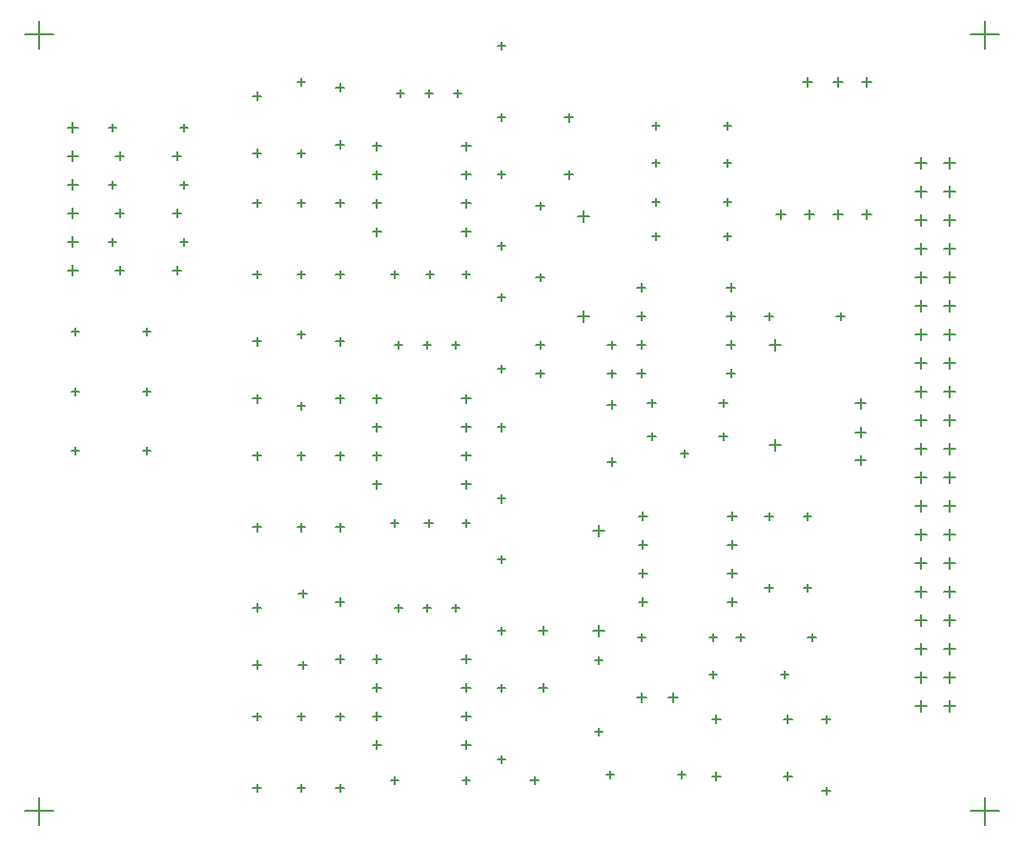
<source format=gbr>
%TF.GenerationSoftware,Altium Limited,Altium Designer,23.3.1 (30)*%
G04 Layer_Color=128*
%FSLAX26Y26*%
%MOIN*%
%TF.SameCoordinates,8F501EFE-F143-482A-9327-88418F9FCBED*%
%TF.FilePolarity,Positive*%
%TF.FileFunction,Drillmap*%
%TF.Part,Single*%
G01*
G75*
%TA.AperFunction,NonConductor*%
%ADD37C,0.005000*%
D37*
X2993000Y2670000D02*
X3027000D01*
X3010000Y2653000D02*
Y2687000D01*
X2893000Y2670000D02*
X2927000D01*
X2910000Y2653000D02*
Y2687000D01*
X2788000Y2670000D02*
X2822000D01*
X2805000Y2653000D02*
Y2687000D01*
X2104500Y1340000D02*
X2135500D01*
X2120000Y1324500D02*
Y1355500D01*
X2104500Y1540000D02*
X2135500D01*
X2120000Y1524500D02*
Y1555500D01*
X1721000Y1915000D02*
X1749000D01*
X1735000Y1901000D02*
Y1929000D01*
X1721000Y1665000D02*
X1749000D01*
X1735000Y1651000D02*
Y1679000D01*
X866000Y1111500D02*
X894000D01*
X880000Y1097500D02*
Y1125500D01*
X866000Y1361500D02*
X894000D01*
X880000Y1347500D02*
Y1375500D01*
X864500Y1561500D02*
X895500D01*
X880000Y1546000D02*
Y1577000D01*
X864500Y1761500D02*
X895500D01*
X880000Y1746000D02*
Y1777000D01*
X1021000Y1535000D02*
X1049000D01*
X1035000Y1521000D02*
Y1549000D01*
X1021000Y1785000D02*
X1049000D01*
X1035000Y1771000D02*
Y1799000D01*
X1021000Y200000D02*
X1049000D01*
X1035000Y186000D02*
Y214000D01*
X1021000Y450000D02*
X1049000D01*
X1035000Y436000D02*
Y464000D01*
X866000Y200000D02*
X894000D01*
X880000Y186000D02*
Y214000D01*
X866000Y450000D02*
X894000D01*
X880000Y436000D02*
Y464000D01*
X1154500Y650000D02*
X1185500D01*
X1170000Y634500D02*
Y665500D01*
X1154500Y850000D02*
X1185500D01*
X1170000Y834500D02*
Y865500D01*
X864500Y630000D02*
X895500D01*
X880000Y614500D02*
Y645500D01*
X864500Y830000D02*
X895500D01*
X880000Y814500D02*
Y845500D01*
X1026000Y630000D02*
X1054000D01*
X1040000Y616000D02*
Y644000D01*
X1026000Y880000D02*
X1054000D01*
X1040000Y866000D02*
Y894000D01*
X1721000Y1000000D02*
X1749000D01*
X1735000Y986000D02*
Y1014000D01*
X1721000Y750000D02*
X1749000D01*
X1735000Y736000D02*
Y764000D01*
X1721000Y550000D02*
X1749000D01*
X1735000Y536000D02*
Y564000D01*
X1721000Y300000D02*
X1749000D01*
X1735000Y286000D02*
Y314000D01*
X2709701Y595000D02*
X2737701D01*
X2723701Y581000D02*
Y609000D01*
X2459701Y595000D02*
X2487701D01*
X2473701Y581000D02*
Y609000D01*
X2209701Y725000D02*
X2237701D01*
X2223701Y711000D02*
Y739000D01*
X2459701Y725000D02*
X2487701D01*
X2473701Y711000D02*
Y739000D01*
X2213347Y1150000D02*
X2244055D01*
X2228701Y1134646D02*
Y1165354D01*
X2213347Y1050000D02*
X2244055D01*
X2228701Y1034646D02*
Y1065354D01*
X2213347Y950000D02*
X2244055D01*
X2228701Y934646D02*
Y965354D01*
X2213347Y850000D02*
X2244055D01*
X2228701Y834646D02*
Y865354D01*
X2525945Y850000D02*
X2556653D01*
X2541299Y834646D02*
Y865354D01*
X2525945Y950000D02*
X2556653D01*
X2541299Y934646D02*
Y965354D01*
X2525945Y1050000D02*
X2556653D01*
X2541299Y1034646D02*
Y1065354D01*
X2525945Y1150000D02*
X2556653D01*
X2541299Y1134646D02*
Y1165354D01*
X2061000Y645000D02*
X2089000D01*
X2075000Y631000D02*
Y659000D01*
X2061000Y395000D02*
X2089000D01*
X2075000Y381000D02*
Y409000D01*
X2351000Y245000D02*
X2379000D01*
X2365000Y231000D02*
Y259000D01*
X2101000Y245000D02*
X2129000D01*
X2115000Y231000D02*
Y259000D01*
X2209000Y515000D02*
X2241000D01*
X2225000Y499000D02*
Y531000D01*
X2319000Y515000D02*
X2351000D01*
X2335000Y499000D02*
Y531000D01*
X2469500Y440000D02*
X2500500D01*
X2485000Y424500D02*
Y455500D01*
X2719500Y240000D02*
X2750500D01*
X2735000Y224500D02*
Y255500D01*
X2719500Y440000D02*
X2750500D01*
X2735000Y424500D02*
Y455500D01*
X2469500Y240000D02*
X2500500D01*
X2485000Y224500D02*
Y255500D01*
X2856000Y440000D02*
X2884000D01*
X2870000Y426000D02*
Y454000D01*
X2856000Y190000D02*
X2884000D01*
X2870000Y176000D02*
Y204000D01*
X2656000Y1150000D02*
X2684000D01*
X2670000Y1136000D02*
Y1164000D01*
X2656000Y900000D02*
X2684000D01*
X2670000Y886000D02*
Y914000D01*
X2791000Y1150000D02*
X2819000D01*
X2805000Y1136000D02*
Y1164000D01*
X2791000Y900000D02*
X2819000D01*
X2805000Y886000D02*
Y914000D01*
X2972000Y1346000D02*
X3008000D01*
X2990000Y1328000D02*
Y1364000D01*
X2972000Y1444000D02*
X3008000D01*
X2990000Y1426000D02*
Y1462000D01*
X2972000Y1545000D02*
X3008000D01*
X2990000Y1527000D02*
Y1563000D01*
X2670315Y1400197D02*
X2709685D01*
X2690000Y1380512D02*
Y1419882D01*
X2670315Y1749803D02*
X2709685D01*
X2690000Y1730118D02*
Y1769488D01*
X2511000Y2515000D02*
X2539000D01*
X2525000Y2501000D02*
Y2529000D01*
X2261000Y2515000D02*
X2289000D01*
X2275000Y2501000D02*
Y2529000D01*
X2511000Y2385000D02*
X2539000D01*
X2525000Y2371000D02*
Y2399000D01*
X2261000Y2385000D02*
X2289000D01*
X2275000Y2371000D02*
Y2399000D01*
X2261000Y2250000D02*
X2289000D01*
X2275000Y2236000D02*
Y2264000D01*
X2511000Y2250000D02*
X2539000D01*
X2525000Y2236000D02*
Y2264000D01*
X2208347Y1950000D02*
X2239055D01*
X2223701Y1934646D02*
Y1965354D01*
X2208347Y1850000D02*
X2239055D01*
X2223701Y1834646D02*
Y1865354D01*
X2208347Y1750000D02*
X2239055D01*
X2223701Y1734646D02*
Y1765354D01*
X2208347Y1650000D02*
X2239055D01*
X2223701Y1634646D02*
Y1665354D01*
X2520945Y1650000D02*
X2551653D01*
X2536299Y1634646D02*
Y1665354D01*
X2520945Y1750000D02*
X2551653D01*
X2536299Y1734646D02*
Y1765354D01*
X2520945Y1850000D02*
X2551653D01*
X2536299Y1834646D02*
Y1865354D01*
X2520945Y1950000D02*
X2551653D01*
X2536299Y1934646D02*
Y1965354D01*
X2261000Y2130000D02*
X2289000D01*
X2275000Y2116000D02*
Y2144000D01*
X2511000Y2130000D02*
X2539000D01*
X2525000Y2116000D02*
Y2144000D01*
X1954500Y2545000D02*
X1985500D01*
X1970000Y2529500D02*
Y2560500D01*
X1954500Y2345000D02*
X1985500D01*
X1970000Y2329500D02*
Y2360500D01*
X2000315Y2199606D02*
X2039685D01*
X2020000Y2179921D02*
Y2219291D01*
X2000315Y1850000D02*
X2039685D01*
X2020000Y1830315D02*
Y1869685D01*
X1856000Y2235000D02*
X1884000D01*
X1870000Y2221000D02*
Y2249000D01*
X1856000Y1985000D02*
X1884000D01*
X1870000Y1971000D02*
Y1999000D01*
X1721000Y2345000D02*
X1749000D01*
X1735000Y2331000D02*
Y2359000D01*
X1721000Y2095000D02*
X1749000D01*
X1735000Y2081000D02*
Y2109000D01*
X866000Y1995000D02*
X894000D01*
X880000Y1981000D02*
Y2009000D01*
X866000Y2245000D02*
X894000D01*
X880000Y2231000D02*
Y2259000D01*
X1721000Y2795000D02*
X1749000D01*
X1735000Y2781000D02*
Y2809000D01*
X1721000Y2545000D02*
X1749000D01*
X1735000Y2531000D02*
Y2559000D01*
X1366220Y2630000D02*
X1393780D01*
X1380000Y2616220D02*
Y2643780D01*
X1466220Y2630000D02*
X1493780D01*
X1480000Y2616220D02*
Y2643780D01*
X1566220Y2630000D02*
X1593780D01*
X1580000Y2616220D02*
Y2643780D01*
X1154500Y2450000D02*
X1185500D01*
X1170000Y2434500D02*
Y2465500D01*
X1154500Y2650000D02*
X1185500D01*
X1170000Y2634500D02*
Y2665500D01*
X864500Y2420000D02*
X895500D01*
X880000Y2404500D02*
Y2435500D01*
X864500Y2620000D02*
X895500D01*
X880000Y2604500D02*
Y2635500D01*
X2693000Y2205000D02*
X2727000D01*
X2710000Y2188000D02*
Y2222000D01*
X2793000Y2205000D02*
X2827000D01*
X2810000Y2188000D02*
Y2222000D01*
X2893000Y2205000D02*
X2927000D01*
X2910000Y2188000D02*
Y2222000D01*
X2993000Y2205000D02*
X3027000D01*
X3010000Y2188000D02*
Y2222000D01*
X2906000Y1850000D02*
X2934000D01*
X2920000Y1836000D02*
Y1864000D01*
X2656000Y1850000D02*
X2684000D01*
X2670000Y1836000D02*
Y1864000D01*
X481000Y1380000D02*
X509000D01*
X495000Y1366000D02*
Y1394000D01*
X231000Y1380000D02*
X259000D01*
X245000Y1366000D02*
Y1394000D01*
X217000Y2110000D02*
X253000D01*
X235000Y2092000D02*
Y2128000D01*
X217000Y2510000D02*
X253000D01*
X235000Y2492000D02*
Y2528000D01*
X217000Y2410000D02*
X253000D01*
X235000Y2392000D02*
Y2428000D01*
X217000Y2310000D02*
X253000D01*
X235000Y2292000D02*
Y2328000D01*
X217000Y2210000D02*
X253000D01*
X235000Y2192000D02*
Y2228000D01*
X217000Y2010000D02*
X253000D01*
X235000Y1992000D02*
Y2028000D01*
X1561220Y830000D02*
X1588780D01*
X1575000Y816221D02*
Y843779D01*
X1461220Y830000D02*
X1488780D01*
X1475000Y816221D02*
Y843779D01*
X1361220Y830000D02*
X1388780D01*
X1375000Y816221D02*
Y843779D01*
X1595945Y650000D02*
X1626653D01*
X1611299Y634646D02*
Y665354D01*
X1595945Y550000D02*
X1626653D01*
X1611299Y534646D02*
Y565354D01*
X1595945Y450000D02*
X1626653D01*
X1611299Y434646D02*
Y465354D01*
X1595945Y350000D02*
X1626653D01*
X1611299Y334646D02*
Y365354D01*
X1283347Y350000D02*
X1314055D01*
X1298701Y334646D02*
Y365354D01*
X1283347Y450000D02*
X1314055D01*
X1298701Y434646D02*
Y465354D01*
X1283347Y550000D02*
X1314055D01*
X1298701Y534646D02*
Y565354D01*
X1283347Y650000D02*
X1314055D01*
X1298701Y634646D02*
Y665354D01*
X1156000Y450000D02*
X1184000D01*
X1170000Y436000D02*
Y464000D01*
X1156000Y200000D02*
X1184000D01*
X1170000Y186000D02*
Y214000D01*
X2496000Y1430000D02*
X2524000D01*
X2510000Y1416000D02*
Y1444000D01*
X2246000Y1430000D02*
X2274000D01*
X2260000Y1416000D02*
Y1444000D01*
X1595945Y1561500D02*
X1626653D01*
X1611299Y1546146D02*
Y1576854D01*
X1595945Y1461500D02*
X1626653D01*
X1611299Y1446146D02*
Y1476854D01*
X1595945Y1361500D02*
X1626653D01*
X1611299Y1346146D02*
Y1376854D01*
X1595945Y1261500D02*
X1626653D01*
X1611299Y1246146D02*
Y1276854D01*
X1283347Y1261500D02*
X1314055D01*
X1298701Y1246146D02*
Y1276854D01*
X1283347Y1361500D02*
X1314055D01*
X1298701Y1346146D02*
Y1376854D01*
X1283347Y1461500D02*
X1314055D01*
X1298701Y1446146D02*
Y1476854D01*
X1283347Y1561500D02*
X1314055D01*
X1298701Y1546146D02*
Y1576854D01*
X1595945Y2445000D02*
X1626653D01*
X1611299Y2429646D02*
Y2460354D01*
X1595945Y2345000D02*
X1626653D01*
X1611299Y2329646D02*
Y2360354D01*
X1595945Y2245000D02*
X1626653D01*
X1611299Y2229646D02*
Y2260354D01*
X1595945Y2145000D02*
X1626653D01*
X1611299Y2129646D02*
Y2160354D01*
X1283347Y2145000D02*
X1314055D01*
X1298701Y2129646D02*
Y2160354D01*
X1283347Y2245000D02*
X1314055D01*
X1298701Y2229646D02*
Y2260354D01*
X1283347Y2345000D02*
X1314055D01*
X1298701Y2329646D02*
Y2360354D01*
X1283347Y2445000D02*
X1314055D01*
X1298701Y2429646D02*
Y2460354D01*
X1561220Y1750000D02*
X1588780D01*
X1575000Y1736220D02*
Y1763780D01*
X1461220Y1750000D02*
X1488780D01*
X1475000Y1736220D02*
Y1763780D01*
X1361220Y1750000D02*
X1388780D01*
X1375000Y1736220D02*
Y1763780D01*
X1021000Y1361500D02*
X1049000D01*
X1035000Y1347500D02*
Y1375500D01*
X1021000Y1111500D02*
X1049000D01*
X1035000Y1097500D02*
Y1125500D01*
X1347299Y1125000D02*
X1375299D01*
X1361299Y1111000D02*
Y1139000D01*
X1597299Y1125000D02*
X1625299D01*
X1611299Y1111000D02*
Y1139000D01*
X2246000Y1545000D02*
X2274000D01*
X2260000Y1531000D02*
Y1559000D01*
X2496000Y1545000D02*
X2524000D01*
X2510000Y1531000D02*
Y1559000D01*
X1856000Y1650000D02*
X1884000D01*
X1870000Y1636000D02*
Y1664000D01*
X2106000Y1650000D02*
X2134000D01*
X2120000Y1636000D02*
Y1664000D01*
X1856000Y1750000D02*
X1884000D01*
X1870000Y1736000D02*
Y1764000D01*
X2106000Y1750000D02*
X2134000D01*
X2120000Y1736000D02*
Y1764000D01*
X1156000Y1361500D02*
X1184000D01*
X1170000Y1347500D02*
Y1375500D01*
X1156000Y1111500D02*
X1184000D01*
X1170000Y1097500D02*
Y1125500D01*
X1154500Y1761500D02*
X1185500D01*
X1170000Y1746000D02*
Y1777000D01*
X1154500Y1561500D02*
X1185500D01*
X1170000Y1546000D02*
Y1577000D01*
X1021000Y2670000D02*
X1049000D01*
X1035000Y2656000D02*
Y2684000D01*
X1021000Y2420000D02*
X1049000D01*
X1035000Y2406000D02*
Y2434000D01*
X1347299Y1995000D02*
X1375299D01*
X1361299Y1981000D02*
Y2009000D01*
X1597299Y1995000D02*
X1625299D01*
X1611299Y1981000D02*
Y2009000D01*
X1021000Y2245000D02*
X1049000D01*
X1035000Y2231000D02*
Y2259000D01*
X1021000Y1995000D02*
X1049000D01*
X1035000Y1981000D02*
Y2009000D01*
X1156000Y2245000D02*
X1184000D01*
X1170000Y2231000D02*
Y2259000D01*
X1156000Y1995000D02*
X1184000D01*
X1170000Y1981000D02*
Y2009000D01*
X584500Y2010000D02*
X615500D01*
X600000Y1994500D02*
Y2025500D01*
X384500Y2010000D02*
X415500D01*
X400000Y1994500D02*
Y2025500D01*
X584500Y2210000D02*
X615500D01*
X600000Y2194500D02*
Y2225500D01*
X384500Y2210000D02*
X415500D01*
X400000Y2194500D02*
Y2225500D01*
X361000Y2110000D02*
X389000D01*
X375000Y2096000D02*
Y2124000D01*
X611000Y2110000D02*
X639000D01*
X625000Y2096000D02*
Y2124000D01*
X361000Y2310000D02*
X389000D01*
X375000Y2296000D02*
Y2324000D01*
X611000Y2310000D02*
X639000D01*
X625000Y2296000D02*
Y2324000D01*
X584500Y2410000D02*
X615500D01*
X600000Y2394500D02*
Y2425500D01*
X384500Y2410000D02*
X415500D01*
X400000Y2394500D02*
Y2425500D01*
X361000Y2510000D02*
X389000D01*
X375000Y2496000D02*
Y2524000D01*
X611000Y2510000D02*
X639000D01*
X625000Y2496000D02*
Y2524000D01*
X1721000Y1211500D02*
X1749000D01*
X1735000Y1197500D02*
Y1225500D01*
X1721000Y1461500D02*
X1749000D01*
X1735000Y1447500D02*
Y1475500D01*
X481000Y1585000D02*
X509000D01*
X495000Y1571000D02*
Y1599000D01*
X231000Y1585000D02*
X259000D01*
X245000Y1571000D02*
Y1599000D01*
X2055315Y1099606D02*
X2094685D01*
X2075000Y1079921D02*
Y1119291D01*
X2055315Y750000D02*
X2094685D01*
X2075000Y730315D02*
Y769685D01*
X1864500Y550000D02*
X1895500D01*
X1880000Y534500D02*
Y565500D01*
X1864500Y750000D02*
X1895500D01*
X1880000Y734500D02*
Y765500D01*
X1347299Y225000D02*
X1375299D01*
X1361299Y211000D02*
Y239000D01*
X1597299Y225000D02*
X1625299D01*
X1611299Y211000D02*
Y239000D01*
X481000Y1795000D02*
X509000D01*
X495000Y1781000D02*
Y1809000D01*
X231000Y1795000D02*
X259000D01*
X245000Y1781000D02*
Y1809000D01*
X2806000Y725000D02*
X2834000D01*
X2820000Y711000D02*
Y739000D01*
X2556000Y725000D02*
X2584000D01*
X2570000Y711000D02*
Y739000D01*
X3180315Y2385000D02*
X3219685D01*
X3200000Y2365315D02*
Y2404685D01*
X3280315Y2385000D02*
X3319685D01*
X3300000Y2365315D02*
Y2404685D01*
X3180315Y2285000D02*
X3219685D01*
X3200000Y2265315D02*
Y2304685D01*
X3280315Y2285000D02*
X3319685D01*
X3300000Y2265315D02*
Y2304685D01*
X3180315Y2185000D02*
X3219685D01*
X3200000Y2165315D02*
Y2204685D01*
X3280315Y2185000D02*
X3319685D01*
X3300000Y2165315D02*
Y2204685D01*
X3180315Y2085000D02*
X3219685D01*
X3200000Y2065315D02*
Y2104685D01*
X3280315Y2085000D02*
X3319685D01*
X3300000Y2065315D02*
Y2104685D01*
X3180315Y1985000D02*
X3219685D01*
X3200000Y1965315D02*
Y2004685D01*
X3280315Y1985000D02*
X3319685D01*
X3300000Y1965315D02*
Y2004685D01*
X3180315Y1885000D02*
X3219685D01*
X3200000Y1865315D02*
Y1904685D01*
X3280315Y1885000D02*
X3319685D01*
X3300000Y1865315D02*
Y1904685D01*
X3180315Y1785000D02*
X3219685D01*
X3200000Y1765315D02*
Y1804685D01*
X3280315Y1785000D02*
X3319685D01*
X3300000Y1765315D02*
Y1804685D01*
X3180315Y1685000D02*
X3219685D01*
X3200000Y1665315D02*
Y1704685D01*
X3280315Y1685000D02*
X3319685D01*
X3300000Y1665315D02*
Y1704685D01*
X3180315Y1585000D02*
X3219685D01*
X3200000Y1565315D02*
Y1604685D01*
X3280315Y1585000D02*
X3319685D01*
X3300000Y1565315D02*
Y1604685D01*
X3180315Y1485000D02*
X3219685D01*
X3200000Y1465315D02*
Y1504685D01*
X3280315Y1485000D02*
X3319685D01*
X3300000Y1465315D02*
Y1504685D01*
X3180315Y1385000D02*
X3219685D01*
X3200000Y1365315D02*
Y1404685D01*
X3280315Y1385000D02*
X3319685D01*
X3300000Y1365315D02*
Y1404685D01*
X3180315Y1285000D02*
X3219685D01*
X3200000Y1265315D02*
Y1304685D01*
X3280315Y1285000D02*
X3319685D01*
X3300000Y1265315D02*
Y1304685D01*
X3180315Y1185000D02*
X3219685D01*
X3200000Y1165315D02*
Y1204685D01*
X3280315Y1185000D02*
X3319685D01*
X3300000Y1165315D02*
Y1204685D01*
X3180315Y1085000D02*
X3219685D01*
X3200000Y1065315D02*
Y1104685D01*
X3280315Y1085000D02*
X3319685D01*
X3300000Y1065315D02*
Y1104685D01*
X3180315Y985000D02*
X3219685D01*
X3200000Y965315D02*
Y1004685D01*
X3280315Y985000D02*
X3319685D01*
X3300000Y965315D02*
Y1004685D01*
X3180315Y885000D02*
X3219685D01*
X3200000Y865315D02*
Y904685D01*
X3280315Y885000D02*
X3319685D01*
X3300000Y865315D02*
Y904685D01*
X3180315Y785000D02*
X3219685D01*
X3200000Y765315D02*
Y804685D01*
X3280315Y785000D02*
X3319685D01*
X3300000Y765315D02*
Y804685D01*
X3180315Y685000D02*
X3219685D01*
X3200000Y665315D02*
Y704685D01*
X3280315Y685000D02*
X3319685D01*
X3300000Y665315D02*
Y704685D01*
X3180315Y585000D02*
X3219685D01*
X3200000Y565315D02*
Y604685D01*
X3280315Y585000D02*
X3319685D01*
X3300000Y565315D02*
Y604685D01*
X3180315Y485000D02*
X3219685D01*
X3200000Y465315D02*
Y504685D01*
X3280315Y485000D02*
X3319685D01*
X3300000Y465315D02*
Y504685D01*
X68898Y118110D02*
X167323D01*
X118110Y68898D02*
Y167323D01*
X68898Y2834646D02*
X167323D01*
X118110Y2785433D02*
Y2883858D01*
X3375984Y2834646D02*
X3474410D01*
X3425197Y2785433D02*
Y2883858D01*
X3375984Y118110D02*
X3474410D01*
X3425197Y68898D02*
Y167323D01*
X2361000Y1370000D02*
X2389000D01*
X2375000Y1356000D02*
Y1384000D01*
X1466000Y1125000D02*
X1494000D01*
X1480000Y1111000D02*
Y1139000D01*
X1471000Y1995000D02*
X1499000D01*
X1485000Y1981000D02*
Y2009000D01*
X1836000Y225000D02*
X1864000D01*
X1850000Y211000D02*
Y239000D01*
%TF.MD5,b7156ffd7b138275d80770b2446c5480*%
M02*

</source>
